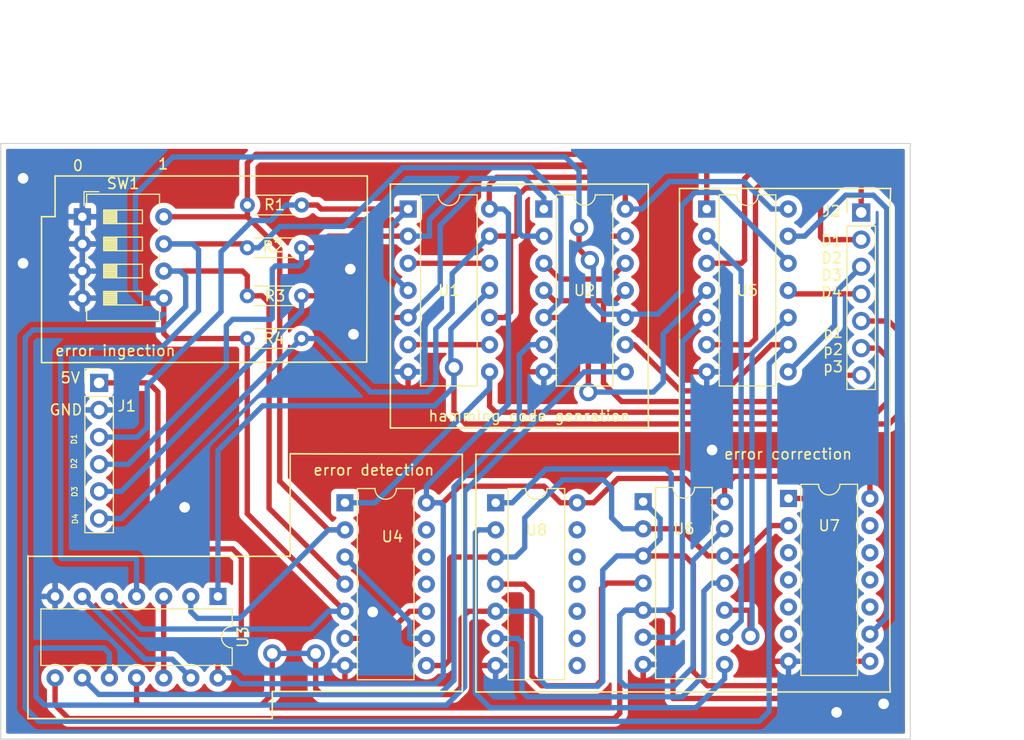
<source format=kicad_pcb>
(kicad_pcb (version 20211014) (generator pcbnew)
  (layers (0 "F.Cu" signal) (31 "B.Cu" signal) (34 "B.Paste" user) (35 "F.Paste" user) (36 "B.SilkS" user "B.Silkscreen") (37 "F.SilkS" user "F.Silkscreen") (38 "B.Mask" user) (39 "F.Mask" user) (44 "Edge.Cuts" user))
  (net 0 "")
  (net 1 "/D1")
  (net 2 "/D2")
  (net 3 "/D3")
  (net 4 "GND")
  (net 5 "/P1")
  (net 6 "/D4")
  (net 7 "/P2")
  (net 8 "VCC")
  (net 9 "/P3")
  (net 10 "/err1")
  (net 11 "/err2")
  (net 12 "/err3")
  (net 13 "Net-(U5-Pad2)")
  (net 14 "/out1")
  (net 15 "Net-(U5-Pad5)")
  (net 16 "/out2")
  (net 17 "/out3")
  (net 18 "Net-(U5-Pad10)")
  (net 19 "/out4")
  (net 20 "Net-(U5-Pad13)")
  (net 21 "/conn1")
  (net 22 "/conn2")
  (net 23 "/conn3")
  (net 24 "/conn8")
  (net 25 "/conn9")
  (net 26 "/conn4")
  (net 27 "/conn5")
  (net 28 "/conn6")
  (net 29 "/conn7")
  (net 30 "/D1N")
  (net 31 "Net-(U6-Pad11)")
  (net 38 "/D2N")
  (net 39 "/D3N")
  (net 40 "/D4N")
  (net 41 "Net-(U6-Pad4)")
  (net 42 "Net-(U6-Pad8)")
  (footprint "Package_DIP:DIP-14_W7.62mm" (layer "F.Cu") (at 147.9 113.145)
    (fp_text reference "U8")
    (fp_text value "74AHC04")
  )
  (footprint "Connector_PinHeader_2.54mm:PinHeader_1x07_P2.54mm_Vertical" (layer "F.Cu") (at 182.1 85.97)
    (fp_text reference "J2")
    (fp_text value "Conn_01x07_Male")
  )
  (footprint "Package_DIP:DIP-14_W7.62mm" (layer "F.Cu") (at 167.65 85.645)
    (fp_text reference "U5")
    (fp_text value "74HC86")
  )
  (footprint "Resistor_THT:R_Axial_DIN0204_L3.6mm_D1.6mm_P5.08mm_Horizontal" (layer "F.Cu") (at 124.67 85.27)
    (fp_text reference "R1")
    (fp_text value "1k")
  )
  (footprint "Package_DIP:DIP-14_W7.62mm" (layer "F.Cu") (at 133.8 113.145)
    (fp_text reference "U4")
    (fp_text value "74HC86")
  )
  (footprint "Package_DIP:DIP-14_W7.62mm" (layer "F.Cu") (at 152.41 85.645)
    (fp_text reference "U2")
    (fp_text value "74HC86")
  )
  (footprint "Button_Switch_THT:SW_DIP_SPSTx04_Slide_6.7x11.72mm_W7.62mm_P2.54mm_LowProfile" (layer "F.Cu") (at 109.23 86.37)
    (fp_text reference "SW1")
    (fp_text value "SW_DIP_x04")
  )
  (footprint "Package_DIP:DIP-14_W7.62mm" (layer "F.Cu") (at 161.7 113.045)
    (fp_text reference "U6")
    (fp_text value "4073")
  )
  (footprint "Package_DIP:DIP-14_W7.62mm" (layer "F.Cu") (at 121.92 121.92 -90)
    (fp_text reference "U3")
    (fp_text value "74HC86")
  )
  (footprint "Connector_PinHeader_2.54mm:PinHeader_1x06_P2.54mm_Vertical" (layer "F.Cu") (at 110.8 101.92)
    (fp_text reference "J1")
    (fp_text value "Conn_01x06_Male")
  )
  (footprint "Resistor_THT:R_Axial_DIN0204_L3.6mm_D1.6mm_P5.08mm_Horizontal" (layer "F.Cu") (at 124.66 97.77)
    (fp_text reference "R4")
    (fp_text value "1k")
  )
  (footprint "Package_DIP:DIP-14_W7.62mm" (layer "F.Cu") (at 175.3 112.745)
    (fp_text reference "U7")
    (fp_text value "4073")
  )
  (footprint "Package_DIP:DIP-14_W7.62mm" (layer "F.Cu") (at 139.71 85.645)
    (fp_text reference "U1")
    (fp_text value "74HC86")
  )
  (footprint "Resistor_THT:R_Axial_DIN0204_L3.6mm_D1.6mm_P5.08mm_Horizontal" (layer "F.Cu") (at 124.66 93.77)
    (fp_text reference "R3")
    (fp_text value "1k")
  )
  (footprint "Resistor_THT:R_Axial_DIN0204_L3.6mm_D1.6mm_P5.08mm_Horizontal" (layer "F.Cu") (at 124.66 89.27)
    (fp_text reference "R2")
    (fp_text value "1k")
  )
  (gr_line (start 128.6764 108.5596) (end 128.6764 118.1608) (layer "F.SilkS") (width 0.15))
  (gr_line (start 127 133.35) (end 104.14 133.35) (layer "F.SilkS") (width 0.15))
  (gr_line (start 144.78 108.61) (end 128.6764 108.5596) (layer "F.SilkS") (width 0.15))
  (gr_line (start 165.1 108.61) (end 146.05 108.61) (layer "F.SilkS") (width 0.15))
  (gr_line (start 184.8612 83.7184) (end 184.785 85.725) (layer "F.SilkS") (width 0.15))
  (gr_line (start 104.14 133.35) (end 104.14 120.65) (layer "F.SilkS") (width 0.15))
  (gr_line (start 184.785 130.175) (end 184.8231 130.8608) (layer "F.SilkS") (width 0.15))
  (gr_line (start 106.68 82.55) (end 135.89 82.55) (layer "F.SilkS") (width 0.15))
  (gr_line (start 104.14 120.65) (end 104.14 118.11) (layer "F.SilkS") (width 0.15))
  (gr_line (start 144.78 128.295) (end 144.78 108.61) (layer "F.SilkS") (width 0.15))
  (gr_line (start 138.049 104.267) (end 138.05 106.145) (layer "F.SilkS") (width 0.15))
  (gr_line (start 146.05 130.175) (end 146.05 130.8608) (layer "F.SilkS") (width 0.15))
  (gr_line (start 138.049 83.312) (end 138.049 104.267) (layer "F.SilkS") (width 0.15))
  (gr_line (start 184.15 83.7184) (end 184.8612 83.7184) (layer "F.SilkS") (width 0.15))
  (gr_line (start 127 130.81) (end 127 133.35) (layer "F.SilkS") (width 0.15))
  (gr_line (start 138.05 106.145) (end 162.2 106.145) (layer "F.SilkS") (width 0.15))
  (gr_line (start 105.41 86.36) (end 105.41 100.0252) (layer "F.SilkS") (width 0.15))
  (gr_line (start 165.1 83.745) (end 165.1 108.51) (layer "F.SilkS") (width 0.15))
  (gr_line (start 162.179 83.312) (end 138.049 83.312) (layer "F.SilkS") (width 0.15))
  (gr_line (start 106.68 86.36) (end 105.41 86.36) (layer "F.SilkS") (width 0.15))
  (gr_line (start 146.05 108.61) (end 146.05 128.295) (layer "F.SilkS") (width 0.15))
  (gr_line (start 128.6764 118.1608) (end 127 118.1608) (layer "F.SilkS") (width 0.15))
  (gr_line (start 162.179 104.267) (end 162.179 83.312) (layer "F.SilkS") (width 0.15))
  (gr_line (start 106.68 82.55) (end 106.68 86.36) (layer "F.SilkS") (width 0.15))
  (gr_line (start 135.89 82.55) (end 135.89 86.36) (layer "F.SilkS") (width 0.15))
  (gr_line (start 144.78 128.295) (end 144.78 130.81) (layer "F.SilkS") (width 0.15))
  (gr_line (start 146.0881 130.8608) (end 184.8231 130.8608) (layer "F.SilkS") (width 0.15))
  (gr_line (start 135.89 86.36) (end 135.8392 99.9744) (layer "F.SilkS") (width 0.15))
  (gr_line (start 146.05 128.295) (end 146.05 130.175) (layer "F.SilkS") (width 0.15))
  (gr_line (start 184.785 130.175) (end 184.785 85.725) (layer "F.SilkS") (width 0.15))
  (gr_line (start 184.15 83.7184) (end 165.1 83.7184) (layer "F.SilkS") (width 0.15))
  (gr_line (start 144.78 130.81) (end 127 130.81) (layer "F.SilkS") (width 0.15))
  (gr_line (start 162.179 104.267) (end 162.2 106.145) (layer "F.SilkS") (width 0.15))
  (gr_line (start 104.14 118.1608) (end 127 118.1608) (layer "F.SilkS") (width 0.15))
  (gr_line (start 135.8392 99.9744) (end 105.4608 100.0252) (layer "F.SilkS") (width 0.15))
  (gr_line (start 186.69 79.502) (end 186.69 80.264) (layer "Edge.Cuts") (width 0.1))
  (gr_line (start 185.166 79.502) (end 186.69 79.502) (layer "Edge.Cuts") (width 0.1))
  (gr_line (start 186.7 134.27) (end 186.69 133.35) (layer "Edge.Cuts") (width 0.1))
  (gr_line (start 186.69 128.27) (end 186.69 133.35) (layer "Edge.Cuts") (width 0.1))
  (gr_line (start 101.6 134.27) (end 101.6 135.27) (layer "Edge.Cuts") (width 0.1))
  (gr_line (start 104.14 135.27) (end 101.6 135.27) (layer "Edge.Cuts") (width 0.1))
  (gr_line (start 186.7 134.27) (end 186.7 135.27) (layer "Edge.Cuts") (width 0.1))
  (gr_line (start 186.69 128.27) (end 186.69 85.09) (layer "Edge.Cuts") (width 0.1))
  (gr_line (start 104.14 135.27) (end 185.42 135.27) (layer "Edge.Cuts") (width 0.1))
  (gr_line (start 101.6 133.35) (end 101.6 81.28) (layer "Edge.Cuts") (width 0.1))
  (gr_line (start 185.166 79.502) (end 103.886 79.502) (layer "Edge.Cuts") (width 0.1))
  (gr_line (start 103.886 79.502) (end 101.6 79.502) (layer "Edge.Cuts") (width 0.1))
  (gr_line (start 101.6 79.502) (end 101.6 80.27) (layer "Edge.Cuts") (width 0.1))
  (gr_line (start 186.69 85.09) (end 186.69 81.28) (layer "Edge.Cuts") (width 0.1))
  (gr_line (start 186.7 135.27) (end 185.42 135.27) (layer "Edge.Cuts") (width 0.1))
  (gr_line (start 101.6 81.28) (end 101.6 80.27) (layer "Edge.Cuts") (width 0.1))
  (gr_line (start 186.69 81.28) (end 186.69 80.264) (layer "Edge.Cuts") (width 0.1))
  (gr_line (start 101.6 133.35) (end 101.6 134.27) (layer "Edge.Cuts") (width 0.1))
  (gr_text "1" (at 116.7892 81.4324) (layer "F.SilkS") (effects (font (size 1 1))))
  (gr_text "error correction" (at 175.26 108.585) (layer "F.SilkS") (effects (font (size 1 1))))
  (gr_text "p1\np2\np3" (at 179.4764 98.806) (layer "F.SilkS") (effects (font (size 1 1))))
  (gr_text "D4" (at 108.5596 114.6556 90) (layer "F.SilkS") (effects (font (size 0.5 0.5) (thickness 0.1))))
  (gr_text "error detection" (at 136.4996 110.0836) (layer "F.SilkS") (effects (font (size 1 1))))
  (gr_text "D1\nD2\nD3\nD4\n" (at 179.324 91.0336) (layer "F.SilkS") (effects (font (size 1 1))))
  (gr_text "hamming code genration" (at 151.05 105.02) (layer "F.SilkS") (effects (font (size 1 1))))
  (gr_text "0" (at 108.8136 81.5848) (layer "F.SilkS") (effects (font (size 1 1))))
  (gr_text "D2" (at 108.458 109.474 90) (layer "F.SilkS") (effects (font (size 0.5 0.5) (thickness 0.1))))
  (gr_text "D3" (at 108.5088 112.1156 90) (layer "F.SilkS") (effects (font (size 0.5 0.5) (thickness 0.1))))
  (gr_text "error ingection" (at 112.3188 98.9076) (layer "F.SilkS") (effects (font (size 1 1))))
  (gr_text "D1" (at 108.458 107.188 90) (layer "F.SilkS") (effects (font (size 0.5 0.5) (thickness 0.1))))
  (gr_text "GND\n" (at 107.696 104.4448) (layer "F.SilkS") (effects (font (size 1 1))))
  (gr_text "5V" (at 108.1024 101.4476) (layer "F.SilkS") (effects (font (size 1 1))))
  (segment (start 129.75 85.27) (end 131.2003 85.27) (width 0.5) (layer "F.Cu") (net 1))
  (segment (start 131.5753 85.645) (end 131.2003 85.27) (width 0.5) (layer "F.Cu") (net 1))
  (segment (start 139.71 85.645) (end 131.5753 85.645) (width 0.5) (layer "F.Cu") (net 1))
  (segment (start 126.8494 86.7203) (end 125.1338 86.7203) (width 0.5) (layer "B.Cu") (net 1))
  (segment (start 128.2997 85.27) (end 126.8494 86.7203) (width 0.5) (layer "B.Cu") (net 1))
  (segment (start 122.2093 95.2607) (end 115.3 102.17) (width 0.5) (layer "B.Cu") (net 1))
  (segment (start 139.71 93.265) (end 138.158 91.713) (width 0.5) (layer "B.Cu") (net 1))
  (segment (start 129.75 85.27) (end 128.2997 85.27) (width 0.5) (layer "B.Cu") (net 1))
  (segment (start 115.3 106.07) (end 114.37 107) (width 0.5) (layer "B.Cu") (net 1))
  (segment (start 114.37 107) (end 110.8 107) (width 0.5) (layer "B.Cu") (net 1))
  (segment (start 125.1338 86.7203) (end 122.2093 89.6448) (width 0.5) (layer "B.Cu") (net 1))
  (segment (start 122.2093 89.6448) (end 122.2093 95.2607) (width 0.5) (layer "B.Cu") (net 1))
  (segment (start 138.158 87.197) (end 139.71 85.645) (width 0.5) (layer "B.Cu") (net 1))
  (segment (start 115.3 102.17) (end 115.3 106.07) (width 0.5) (layer "B.Cu") (net 1))
  (segment (start 138.158 91.713) (end 138.158 87.197) (width 0.5) (layer "B.Cu") (net 1))
  (segment (start 132.2753 88.185) (end 139.71 88.185) (width 0.5) (layer "F.Cu") (net 2))
  (segment (start 131.1903 89.27) (end 132.2753 88.185) (width 0.5) (layer "F.Cu") (net 2))
  (segment (start 129.74 89.27) (end 131.1903 89.27) (width 0.5) (layer "F.Cu") (net 2))
  (segment (start 129.74 90.73) (end 129.5 90.97) (width 0.5) (layer "B.Cu") (net 2))
  (segment (start 126.9 95.97) (end 123.3 95.97) (width 0.5) (layer "B.Cu") (net 2))
  (segment (start 127 95.87) (end 126.9 95.97) (width 0.5) (layer "B.Cu") (net 2))
  (segment (start 127 91.27) (end 127 95.87) (width 0.5) (layer "B.Cu") (net 2))
  (segment (start 123.3 95.97) (end 122.7 96.57) (width 0.5) (layer "B.Cu") (net 2))
  (segment (start 113.53 109.54) (end 110.8 109.54) (width 0.5) (layer "B.Cu") (net 2))
  (segment (start 127.3 90.97) (end 127 91.27) (width 0.5) (layer "B.Cu") (net 2))
  (segment (start 129.74 89.27) (end 129.74 90.73) (width 0.5) (layer "B.Cu") (net 2))
  (segment (start 141.7123 88.185) (end 141.7123 86.6337) (width 0.5) (layer "B.Cu") (net 2))
  (segment (start 139.71 88.185) (end 141.7123 88.185) (width 0.5) (layer "B.Cu") (net 2))
  (segment (start 150.59 82.772) (end 152.41 84.592) (width 0.5) (layer "B.Cu") (net 2))
  (segment (start 152.41 84.592) (end 152.41 85.645) (width 0.5) (layer "B.Cu") (net 2))
  (segment (start 141.7123 86.6337) (end 145.574 82.772) (width 0.5) (layer "B.Cu") (net 2))
  (segment (start 122.7 96.57) (end 122.7 100.37) (width 0.5) (layer "B.Cu") (net 2))
  (segment (start 145.574 82.772) (end 150.59 82.772) (width 0.5) (layer "B.Cu") (net 2))
  (segment (start 129.5 90.97) (end 127.3 90.97) (width 0.5) (layer "B.Cu") (net 2))
  (segment (start 122.7 100.37) (end 113.53 109.54) (width 0.5) (layer "B.Cu") (net 2))
  (segment (start 136.1247 93.77) (end 138.1597 95.805) (width 0.5) (layer "F.Cu") (net 3))
  (segment (start 139.71 95.805) (end 138.1597 95.805) (width 0.5) (layer "F.Cu") (net 3))
  (segment (start 129.74 93.77) (end 136.1247 93.77) (width 0.5) (layer "F.Cu") (net 3))
  (segment (start 142.7123 92.8027) (end 142.7123 87.1577) (width 0.5) (layer "B.Cu") (net 3))
  (segment (start 150.415 88.185) (end 152.41 88.185) (width 0.5) (layer "B.Cu") (net 3))
  (segment (start 142.7123 87.1577) (end 146.098 83.772) (width 0.5) (layer "B.Cu") (net 3))
  (segment (start 150.114 84.074) (end 150.114 87.884) (width 0.5) (layer "B.Cu") (net 3))
  (segment (start 129.74 95.2203) (end 112.8803 112.08) (width 0.5) (layer "B.Cu") (net 3))
  (segment (start 149.812 83.772) (end 150.114 84.074) (width 0.5) (layer "B.Cu") (net 3))
  (segment (start 112.8803 112.08) (end 110.8 112.08) (width 0.5) (layer "B.Cu") (net 3))
  (segment (start 139.71 95.805) (end 142.7123 92.8027) (width 0.5) (layer "B.Cu") (net 3))
  (segment (start 146.098 83.772) (end 149.812 83.772) (width 0.5) (layer "B.Cu") (net 3))
  (segment (start 150.114 87.884) (end 150.415 88.185) (width 0.5) (layer "B.Cu") (net 3))
  (segment (start 129.74 93.77) (end 129.74 95.2203) (width 0.5) (layer "B.Cu") (net 3))
  (segment (start 178.712 133.858) (end 179.8 132.77) (width 0.5) (layer "F.Cu") (net 4))
  (segment (start 161.7 133.252) (end 162.306 133.858) (width 0.5) (layer "F.Cu") (net 4))
  (segment (start 162.306 133.858) (end 178.712 133.858) (width 0.5) (layer "F.Cu") (net 4))
  (segment (start 161.7 128.285) (end 161.7 133.252) (width 0.5) (layer "F.Cu") (net 4))
  (via (at 103.6828 90.7288) (size 1.7) (drill 1) (layers "F.Cu" "B.Cu") (net 4))
  (via (at 118.8 113.57) (size 1.7) (drill 1) (layers "F.Cu" "B.Cu") (net 4))
  (via (at 103.6828 82.77) (size 1.7) (drill 1) (layers "F.Cu" "B.Cu") (net 4))
  (via (at 184.2 131.97) (size 1.7) (drill 1) (layers "F.Cu" "B.Cu") (net 4))
  (via (at 134.6 97.37) (size 1.7) (drill 1) (layers "F.Cu" "B.Cu") (net 4))
  (via (at 134.3 91.27) (size 1.7) (drill 1) (layers "F.Cu" "B.Cu") (net 4))
  (via (at 179.8 132.77) (size 1.7) (drill 1) (layers "F.Cu" "B.Cu") (net 4))
  (via (at 136.4 123.37) (size 1.7) (drill 1) (layers "F.Cu" "B.Cu") (net 4))
  (via (at 168.148 108.204) (size 1.7) (drill 1) (layers "F.Cu" "B.Cu") (net 4))
  (segment (start 144 104.67) (end 145.1 105.77) (width 0.5) (layer "F.Cu") (net 5))
  (segment (start 185.8 104.67) (end 185.8 97.27) (width 0.5) (layer "F.Cu") (net 5))
  (segment (start 145.1 105.77) (end 184.7 105.77) (width 0.5) (layer "F.Cu") (net 5))
  (segment (start 185.8 97.27) (end 184.66 96.13) (width 0.5) (layer "F.Cu") (net 5))
  (segment (start 184.7 105.77) (end 185.8 104.67) (width 0.5) (layer "F.Cu") (net 5))
  (segment (start 144 100.47) (end 144 104.67) (width 0.5) (layer "F.Cu") (net 5))
  (segment (start 184.66 96.13) (end 182.1 96.13) (width 0.5) (layer "F.Cu") (net 5))
  (via (at 144 100.47) (size 1.7) (drill 1) (layers "F.Cu" "B.Cu") (net 5))
  (segment (start 144 100.47) (end 143.7127 100.1827) (width 0.5) (layer "B.Cu") (net 5))
  (segment (start 121.92 108.25) (end 121.92 121.92) (width 0.5) (layer "B.Cu") (net 5))
  (segment (start 142.2 104.07) (end 126.1 104.07) (width 0.5) (layer "B.Cu") (net 5))
  (segment (start 143.7127 100.1827) (end 143.7127 96.8823) (width 0.5) (layer "B.Cu") (net 5))
  (segment (start 144 100.47) (end 144 102.27) (width 0.5) (layer "B.Cu") (net 5))
  (segment (start 126.1 104.07) (end 121.92 108.25) (width 0.5) (layer "B.Cu") (net 5))
  (segment (start 143.7127 96.8823) (end 147.33 93.265) (width 0.5) (layer "B.Cu") (net 5))
  (segment (start 144 102.27) (end 142.2 104.07) (width 0.5) (layer "B.Cu") (net 5))
  (segment (start 157.734 84.074) (end 157.33 83.67) (width 0.5) (layer "F.Cu") (net 6))
  (segment (start 158.289 88.185) (end 157.734 87.63) (width 0.5) (layer "F.Cu") (net 6))
  (segment (start 148.765 95.805) (end 147.33 95.805) (width 0.5) (layer "F.Cu") (net 6))
  (segment (start 157.33 83.67) (end 150.719214 83.67) (width 0.5) (layer "F.Cu") (net 6))
  (segment (start 149.3 88.37) (end 149.3 95.27) (width 0.5) (layer "F.Cu") (net 6))
  (segment (start 157.734 87.63) (end 157.734 84.074) (width 0.5) (layer "F.Cu") (net 6))
  (segment (start 149.9 88.07) (end 149.785 88.185) (width 0.5) (layer "F.Cu") (net 6))
  (segment (start 149.785 88.185) (end 147.33 88.185) (width 0.5) (layer "F.Cu") (net 6))
  (segment (start 147.33 88.185) (end 149.115 88.185) (width 0.5) (layer "F.Cu") (net 6))
  (segment (start 160.03 88.185) (end 158.289 88.185) (width 0.5) (layer "F.Cu") (net 6))
  (segment (start 149.115 88.185) (end 149.3 88.37) (width 0.5) (layer "F.Cu") (net 6))
  (segment (start 149.9 84.489214) (end 149.9 88.07) (width 0.5) (layer "F.Cu") (net 6))
  (segment (start 150.719214 83.67) (end 149.9 84.489214) (width 0.5) (layer "F.Cu") (net 6))
  (segment (start 149.3 95.27) (end 148.765 95.805) (width 0.5) (layer "F.Cu") (net 6))
  (segment (start 136.1903 102.77) (end 131.1903 97.77) (width 0.5) (layer "B.Cu") (net 6))
  (segment (start 112.89 114.62) (end 129.74 97.77) (width 0.5) (layer "B.Cu") (net 6))
  (segment (start 143.8335 95.3273) (end 142.3 96.8608) (width 0.5) (layer "B.Cu") (net 6))
  (segment (start 110.8 114.62) (end 112.89 114.62) (width 0.5) (layer "B.Cu") (net 6))
  (segment (start 143.8335 91.6815) (end 143.8335 95.3273) (width 0.5) (layer "B.Cu") (net 6))
  (segment (start 142.3 101.97) (end 141.5 102.77) (width 0.5) (layer "B.Cu") (net 6))
  (segment (start 142.3 96.8608) (end 142.3 101.97) (width 0.5) (layer "B.Cu") (net 6))
  (segment (start 147.33 88.185) (end 143.8335 91.6815) (width 0.5) (layer "B.Cu") (net 6))
  (segment (start 141.5 102.77) (end 136.1903 102.77) (width 0.5) (layer "B.Cu") (net 6))
  (segment (start 131.1903 97.77) (end 129.74 97.77) (width 0.5) (layer "B.Cu") (net 6))
  (segment (start 183.6 104.67) (end 184.6 103.67) (width 0.5) (layer "F.Cu") (net 7))
  (segment (start 183.7 98.67) (end 182.1 98.67) (width 0.5) (layer "F.Cu") (net 7))
  (segment (start 184.6 103.67) (end 184.6 99.57) (width 0.5) (layer "F.Cu") (net 7))
  (segment (start 147.33 100.885) (end 147.33 104.1) (width 0.5) (layer "F.Cu") (net 7))
  (segment (start 147.9 104.67) (end 183.6 104.67) (width 0.5) (layer "F.Cu") (net 7))
  (segment (start 184.6 99.57) (end 183.7 98.67) (width 0.5) (layer "F.Cu") (net 7))
  (segment (start 147.33 104.1) (end 147.9 104.67) (width 0.5) (layer "F.Cu") (net 7))
  (segment (start 133.8 113.145) (end 136.6203 113.145) (width 0.5) (layer "B.Cu") (net 7))
  (segment (start 147.33 102.4353) (end 136.6203 113.145) (width 0.5) (layer "B.Cu") (net 7))
  (segment (start 147.33 100.885) (end 147.33 102.4353) (width 0.5) (layer "B.Cu") (net 7))
  (segment (start 116.5 117.47) (end 116.3 117.27) (width 0.5) (layer "F.Cu") (net 8))
  (segment (start 182.298 110.67) (end 170.254 110.67) (width 0.5) (layer "F.Cu") (net 8))
  (segment (start 124.1 125.8097) (end 124.1 118.27) (width 0.5) (layer "F.Cu") (net 8))
  (segment (start 169.32 113.045) (end 167.7697 113.045) (width 0.5) (layer "F.Cu") (net 8))
  (segment (start 121.92 127.9897) (end 124.1 125.8097) (width 0.5) (layer "F.Cu") (net 8))
  (segment (start 182.92 111.292) (end 182.298 110.67) (width 0.5) (layer "F.Cu") (net 8))
  (segment (start 159.3 82.67) (end 160.03 83.4) (width 0.5) (layer "F.Cu") (net 8))
  (segment (start 123.3 117.47) (end 116.5 117.47) (width 0.5) (layer "F.Cu") (net 8))
  (segment (start 159.3453 110.87) (end 157.0703 113.145) (width 0.5) (layer "F.Cu") (net 8))
  (segment (start 182.92 112.745) (end 182.92 111.292) (width 0.5) (layer "F.Cu") (net 8))
  (segment (start 115.45 101.92) (end 110.8 101.92) (width 0.5) (layer "F.Cu") (net 8))
  (segment (start 155.52 113.145) (end 153.9697 113.145) (width 0.5) (layer "F.Cu") (net 8))
  (segment (start 144.5207 111.5946) (end 152.4193 111.5946) (width 0.5) (layer "F.Cu") (net 8))
  (segment (start 148 82.67) (end 159.3 82.67) (width 0.5) (layer "F.Cu") (net 8))
  (segment (start 152.4193 111.5946) (end 153.9697 113.145) (width 0.5) (layer "F.Cu") (net 8))
  (segment (start 169.32 111.604) (end 169.32 113.045) (width 0.5) (layer "F.Cu") (net 8))
  (segment (start 167.7697 113.045) (end 165.5947 110.87) (width 0.5) (layer "F.Cu") (net 8))
  (segment (start 147.3 85.615) (end 147.3 83.37) (width 0.5) (layer "F.Cu") (net 8))
  (segment (start 116.3 102.77) (end 115.45 101.92) (width 0.5) (layer "F.Cu") (net 8))
  (segment (start 160.03 83.4) (end 160.03 85.645) (width 0.5) (layer "F.Cu") (net 8))
  (segment (start 121.92 129.54) (end 121.92 127.9897) (width 0.5) (layer "F.Cu") (net 8))
  (segment (start 124.1 118.27) (end 123.3 117.47) (width 0.5) (layer "F.Cu") (net 8))
  (segment (start 141.42 113.145) (end 142.9703 113.145) (width 0.5) (layer "F.Cu") (net 8))
  (segment (start 157.0703 113.145) (end 155.52 113.145) (width 0.5) (layer "F.Cu") (net 8))
  (segment (start 142.9703 113.145) (end 144.5207 111.5946) (width 0.5) (layer "F.Cu") (net 8))
  (segment (start 165.5947 110.87) (end 159.3453 110.87) (width 0.5) (layer "F.Cu") (net 8))
  (segment (start 170.254 110.67) (end 169.32 111.604) (width 0.5) (layer "F.Cu") (net 8))
  (segment (start 116.3 117.27) (end 116.3 102.77) (width 0.5) (layer "F.Cu") (net 8))
  (segment (start 147.3 83.37) (end 148 82.67) (width 0.5) (layer "F.Cu") (net 8))
  (segment (start 141.42 111.5947) (end 141.42 113.145) (width 0.5) (layer "B.Cu") (net 8))
  (segment (start 149.098 103.9167) (end 141.42 111.5947) (width 0.5) (layer "B.Cu") (net 8))
  (segment (start 142.256586 130.0904) (end 124.0207 130.0904) (width 0.5) (layer "B.Cu") (net 8))
  (segment (start 171.1508 83.0761) (end 164.1492 83.0761) (width 0.5) (layer "B.Cu") (net 8))
  (segment (start 123.4703 129.54) (end 121.92 129.54) (width 0.5) (layer "B.Cu") (net 8))
  (segment (start 147.33 85.645) (end 148.637 85.645) (width 0.5) (layer "B.Cu") (net 8))
  (segment (start 160.03 85.645) (end 161.5803 85.645) (width 0.5) (layer "B.Cu") (net 8))
  (segment (start 148.637 85.645) (end 149.098 86.106) (width 0.5) (layer "B.Cu") (net 8))
  (segment (start 142.9992 113.3828) (end 142.9992 129.347786) (width 0.5) (layer "B.Cu") (net 8))
  (segment (start 142.7614 113.145) (end 142.9992 113.3828) (width 0.5) (layer "B.Cu") (net 8))
  (segment (start 149.098 86.106) (end 149.098 103.9167) (width 0.5) (layer "B.Cu") (net 8))
  (segment (start 141.42 113.145) (end 142.7614 113.145) (width 0.5) (layer "B.Cu") (net 8))
  (segment (start 164.1492 83.0761) (end 161.5803 85.645) (width 0.5) (layer "B.Cu") (net 8))
  (segment (start 173.7197 85.645) (end 171.1508 83.0761) (width 0.5) (layer "B.Cu") (net 8))
  (segment (start 124.0207 130.0904) (end 123.4703 129.54) (width 0.5) (layer "B.Cu") (net 8))
  (segment (start 142.9992 129.347786) (end 142.256586 130.0904) (width 0.5) (layer "B.Cu") (net 8))
  (segment (start 175.27 85.645) (end 173.7197 85.645) (width 0.5) (layer "B.Cu") (net 8))
  (segment (start 159.7 103.67) (end 178.0397 103.67) (width 0.5) (layer "F.Cu") (net 9))
  (segment (start 157.988 101.937158) (end 158.1701 102.119258) (width 0.5) (layer "F.Cu") (net 9))
  (segment (start 157.988 94.234) (end 153.379 94.234) (width 0.5) (layer "F.Cu") (net 9))
  (segment (start 153.379 94.234) (end 152.41 93.265) (width 0.5) (layer "F.Cu") (net 9))
  (segment (start 178.0397 103.67) (end 180.4997 101.21) (width 0.5) (layer "F.Cu") (net 9))
  (segment (start 158.1701 102.119258) (end 158.1701 102.1401) (width 0.5) (layer "F.Cu") (net 9))
  (segment (start 180.4997 101.21) (end 182.1 101.21) (width 0.5) (layer "F.Cu") (net 9))
  (segment (start 159.061 94.234) (end 157.988 94.234) (width 0.5) (layer "F.Cu") (net 9))
  (segment (start 160.03 93.265) (end 159.061 94.234) (width 0.5) (layer "F.Cu") (net 9))
  (segment (start 157.988 94.234) (end 157.988 101.937158) (width 0.5) (layer "F.Cu") (net 9))
  (segment (start 158.1701 102.1401) (end 159.7 103.67) (width 0.5) (layer "F.Cu") (net 9))
  (segment (start 114.3 131.826) (end 114.3 129.54) (width 0.5) (layer "F.Cu") (net 10))
  (segment (start 127 131.064) (end 125.984 132.08) (width 0.5) (layer "F.Cu") (net 10))
  (segment (start 147.9 123.305) (end 145.365 123.305) (width 0.5) (layer "F.Cu") (net 10))
  (segment (start 144.66 130.41) (end 143.9676 131.1024) (width 0.5) (layer "F.Cu") (net 10))
  (segment (start 165.623 118.125) (end 161.7 118.125) (width 0.5) (layer "F.Cu") (net 10))
  (segment (start 127 127.254) (end 127 131.064) (width 0.5) (layer "F.Cu") (net 10))
  (segment (start 177.7 113.67) (end 177.7 129.17) (width 0.5) (layer "F.Cu") (net 10))
  (segment (start 144.66 124.01) (end 144.66 130.41) (width 0.5) (layer "F.Cu") (net 10))
  (segment (start 131.064 130.556) (end 131.064 127.254) (width 0.5) (layer "F.Cu") (net 10))
  (segment (start 114.554 132.08) (end 114.3 131.826) (width 0.5) (layer "F.Cu") (net 10))
  (segment (start 176.775 112.745) (end 177.7 113.67) (width 0.5) (layer "F.Cu") (net 10))
  (segment (start 177.7 129.17) (end 176.6 130.27) (width 0.5) (layer "F.Cu") (net 10))
  (segment (start 125.984 132.08) (end 114.554 132.08) (width 0.5) (layer "F.Cu") (net 10))
  (segment (start 175.3 112.745) (end 176.775 112.745) (width 0.5) (layer "F.Cu") (net 10))
  (segment (start 176.6 130.27) (end 167.7 130.27) (width 0.5) (layer "F.Cu") (net 10))
  (segment (start 145.365 123.305) (end 144.66 124.01) (width 0.5) (layer "F.Cu") (net 10))
  (segment (start 166.4 128.97) (end 166.4 118.902) (width 0.5) (layer "F.Cu") (net 10))
  (segment (start 166.4 118.902) (end 165.623 118.125) (width 0.5) (layer "F.Cu") (net 10))
  (segment (start 131.6104 131.1024) (end 131.064 130.556) (width 0.5) (layer "F.Cu") (net 10))
  (segment (start 167.7 130.27) (end 166.4 128.97) (width 0.5) (layer "F.Cu") (net 10))
  (segment (start 143.9676 131.1024) (end 131.6104 131.1024) (width 0.5) (layer "F.Cu") (net 10))
  (via (at 127 127.254) (size 1.7) (drill 1) (layers "F.Cu" "B.Cu") (net 10))
  (via (at 131.064 127.254) (size 1.7) (drill 1) (layers "F.Cu" "B.Cu") (net 10))
  (segment (start 152.67 130.318) (end 152.0962 129.7442) (width 0.5) (layer "B.Cu") (net 10))
  (segment (start 151.499 123.305) (end 147.9 123.305) (width 0.5) (layer "B.Cu") (net 10))
  (segment (start 161.7 118.125) (end 159.243 118.125) (width 0.5) (layer "B.Cu") (net 10))
  (segment (start 131.064 127.254) (end 127 127.254) (width 0.5) (layer "B.Cu") (net 10))
  (segment (start 152.0962 123.9022) (end 151.499 123.305) (width 0.5) (layer "B.Cu") (net 10))
  (segment (start 159.243 118.125) (end 157.9184 119.4496) (width 0.5) (layer "B.Cu") (net 10))
  (segment (start 157.9184 119.4496) (end 157.9184 129.8636) (width 0.5) (layer "B.Cu") (net 10))
  (segment (start 161.7 113.045) (end 163.2888 114.6338) (width 0.5) (layer "B.Cu") (net 10))
  (segment (start 163.2888 116.5362) (end 161.7 118.125) (width 0.5) (layer "B.Cu") (net 10))
  (segment (start 163.2888 114.6338) (end 163.2888 116.5362) (width 0.5) (layer "B.Cu") (net 10))
  (segment (start 152.0962 129.7442) (end 152.0962 123.9022) (width 0.5) (layer "B.Cu") (net 10))
  (segment (start 157.464 130.318) (end 152.67 130.318) (width 0.5) (layer "B.Cu") (net 10))
  (segment (start 157.9184 129.8636) (end 157.464 130.318) (width 0.5) (layer "B.Cu") (net 10))
  (segment (start 175.3 115.285) (end 173.7103 115.285) (width 0.5) (layer "F.Cu") (net 11))
  (segment (start 143.6 127.87) (end 143.085 128.385) (width 0.5) (layer "F.Cu") (net 11))
  (segment (start 143.6 118.37) (end 143.6 127.87) (width 0.5) (layer "F.Cu") (net 11))
  (segment (start 147.9 118.225) (end 143.745 118.225) (width 0.5) (layer "F.Cu") (net 11))
  (segment (start 143.085 128.385) (end 141.42 128.385) (width 0.5) (layer "F.Cu") (net 11))
  (segment (start 173.7103 115.285) (end 170.8703 118.125) (width 0.5) (layer "F.Cu") (net 11))
  (segment (start 169.32 118.125) (end 170.8703 118.125) (width 0.5) (layer "F.Cu") (net 11))
  (segment (start 165.2297 115.585) (end 161.7 115.585) (width 0.5) (layer "F.Cu") (net 11))
  (segment (start 169.32 118.125) (end 167.7697 118.125) (width 0.5) (layer "F.Cu") (net 11))
  (segment (start 143.745 118.225) (end 143.6 118.37) (width 0.5) (layer "F.Cu") (net 11))
  (segment (start 167.7697 118.125) (end 165.2297 115.585) (width 0.5) (layer "F.Cu") (net 11))
  (segment (start 150.622 114.554) (end 150.622 117.348) (width 0.5) (layer "B.Cu") (net 11))
  (segment (start 158.75 114.554) (end 158.75 111.76) (width 0.5) (layer "B.Cu") (net 11))
  (segment (start 161.7 115.585) (end 159.781 115.585) (width 0.5) (layer "B.Cu") (net 11))
  (segment (start 157.988 110.998) (end 154.178 110.998) (width 0.5) (layer "B.Cu") (net 11))
  (segment (start 159.781 115.585) (end 158.75 114.554) (width 0.5) (layer "B.Cu") (net 11))
  (segment (start 154.178 110.998) (end 150.622 114.554) (width 0.5) (layer "B.Cu") (net 11))
  (segment (start 158.75 111.76) (end 157.988 110.998) (width 0.5) (layer "B.Cu") (net 11))
  (segment (start 149.745 118.225) (end 147.9 118.225) (width 0.5) (layer "B.Cu") (net 11))
  (segment (start 150.622 117.348) (end 149.745 118.225) (width 0.5) (layer "B.Cu") (net 11))
  (segment (start 163.845 123.205) (end 164.49 123.85) (width 0.5) (layer "F.Cu") (net 12))
  (segment (start 182.92 127.985) (end 181.3697 127.985) (width 0.5) (layer "F.Cu") (net 12))
  (segment (start 159.004 133.35) (end 107.95 133.35) (width 0.5) (layer "F.Cu") (net 12))
  (segment (start 161.7 123.205) (end 160.005 123.205) (width 0.5) (layer "F.Cu") (net 12))
  (segment (start 164.49 123.85) (end 164.49 131.47) (width 0.5) (layer "F.Cu") (net 12))
  (segment (start 159.512 123.698) (end 159.512 132.842) (width 0.5) (layer "F.Cu") (net 12))
  (segment (start 160.005 123.205) (end 159.512 123.698) (width 0.5) (layer "F.Cu") (net 12))
  (segment (start 181.3697 127.985) (end 177.8847 131.47) (width 0.5) (layer "F.Cu") (net 12))
  (segment (start 161.7 123.205) (end 163.845 123.205) (width 0.5) (layer "F.Cu") (net 12))
  (segment (start 177.8847 131.47) (end 164.49 131.47) (width 0.5) (layer "F.Cu") (net 12))
  (segment (start 159.512 132.842) (end 159.004 133.35) (width 0.5) (layer "F.Cu") (net 12))
  (segment (start 106.68 132.08) (end 106.68 129.54) (width 0.5) (layer "F.Cu") (net 12))
  (segment (start 107.95 133.35) (end 106.68 132.08) (width 0.5) (layer "F.Cu") (net 12))
  (segment (start 164.069 123.205) (end 161.7 123.205) (width 0.5) (layer "B.Cu") (net 12))
  (segment (start 166.37 128.524) (end 164.592 130.302) (width 0.5) (layer "B.Cu") (net 12))
  (segment (start 169.32 115.585) (end 166.37 118.535) (width 0.5) (layer "B.Cu") (net 12))
  (segment (start 147.9 113.145) (end 149.4503 113.145) (width 0.5) (layer "B.Cu") (net 12))
  (segment (start 163.83 109.982) (end 164.3276 110.4796) (width 0.5) (layer "B.Cu") (net 12))
  (segment (start 166.37 118.535) (end 166.37 128.524) (width 0.5) (layer "B.Cu") (net 12))
  (segment (start 152.6133 109.982) (end 163.83 109.982) (width 0.5) (layer "B.Cu") (net 12))
  (segment (start 159.512 123.698) (end 160.005 123.205) (width 0.5) (layer "B.Cu") (net 12))
  (segment (start 159.512 129.794) (end 159.512 123.698) (width 0.5) (layer "B.Cu") (net 12))
  (segment (start 160.005 123.205) (end 161.7 123.205) (width 0.5) (layer "B.Cu") (net 12))
  (segment (start 164.592 130.302) (end 160.02 130.302) (width 0.5) (layer "B.Cu") (net 12))
  (segment (start 149.4503 113.145) (end 152.6133 109.982) (width 0.5) (layer "B.Cu") (net 12))
  (segment (start 164.3276 110.4796) (end 164.3276 122.9464) (width 0.5) (layer "B.Cu") (net 12))
  (segment (start 164.3276 122.9464) (end 164.069 123.205) (width 0.5) (layer "B.Cu") (net 12))
  (segment (start 160.02 130.302) (end 159.512 129.794) (width 0.5) (layer "B.Cu") (net 12))
  (segment (start 170.8704 91.4054) (end 167.65 88.185) (width 0.5) (layer "B.Cu") (net 13))
  (segment (start 169.32 125.745) (end 170.8704 124.1946) (width 0.5) (layer "B.Cu") (net 13))
  (segment (start 170.8704 124.1946) (end 170.8704 91.4054) (width 0.5) (layer "B.Cu") (net 13))
  (segment (start 171.196 82.804) (end 171.958 82.042) (width 0.5) (layer "F.Cu") (net 14))
  (segment (start 171.958 82.042) (end 181.572 82.042) (width 0.5) (layer "F.Cu") (net 14))
  (segment (start 167.65 90.725) (end 170.895 90.725) (width 0.5) (layer "F.Cu") (net 14))
  (segment (start 171.196 90.424) (end 171.196 82.804) (width 0.5) (layer "F.Cu") (net 14))
  (segment (start 181.572 82.042) (end 182.1 82.57) (width 0.5) (layer "F.Cu") (net 14))
  (segment (start 182.1 82.57) (end 182.1 85.97) (width 0.5) (layer "F.Cu") (net 14))
  (segment (start 170.895 90.725) (end 171.196 90.424) (width 0.5) (layer "F.Cu") (net 14))
  (segment (start 164.577 125.745) (end 165.3688 124.9532) (width 0.5) (layer "B.Cu") (net 15))
  (segment (start 165.3688 98.0862) (end 167.65 95.805) (width 0.5) (layer "B.Cu") (net 15))
  (segment (start 165.3688 124.9532) (end 165.3688 98.0862) (width 0.5) (layer "B.Cu") (net 15))
  (segment (start 161.7 125.745) (end 164.577 125.745) (width 0.5) (layer "B.Cu") (net 15))
  (segment (start 172.212 97.79) (end 172.212 83.82) (width 0.5) (layer "F.Cu") (net 16))
  (segment (start 167.65 98.345) (end 171.657 98.345) (width 0.5) (layer "F.Cu") (net 16))
  (segment (start 171.657 98.345) (end 172.212 97.79) (width 0.5) (layer "F.Cu") (net 16))
  (segment (start 172.212 83.82) (end 172.72 83.312) (width 0.5) (layer "F.Cu") (net 16))
  (segment (start 178.054 83.312) (end 178.3 83.558) (width 0.5) (layer "F.Cu") (net 16))
  (segment (start 172.72 83.312) (end 178.054 83.312) (width 0.5) (layer "F.Cu") (net 16))
  (segment (start 178.3 88.27) (end 178.54 88.51) (width 0.5) (layer "F.Cu") (net 16))
  (segment (start 178.54 88.51) (end 182.1 88.51) (width 0.5) (layer "F.Cu") (net 16))
  (segment (start 178.3 83.558) (end 178.3 88.27) (width 0.5) (layer "F.Cu") (net 16))
  (segment (start 179.6169 96.5381) (end 179.6169 93.5331) (width 0.5) (layer "B.Cu") (net 17))
  (segment (start 175.27 100.885) (end 179.6169 96.5381) (width 0.5) (layer "B.Cu") (net 17))
  (segment (start 179.6169 93.5331) (end 182.1 91.05) (width 0.5) (layer "B.Cu") (net 17))
  (segment (start 169.32 123.205) (end 171.7 123.205) (width 0.5) (layer "F.Cu") (net 18))
  (segment (start 171.7 123.205) (end 171.7 125.585) (width 0.5) (layer "F.Cu") (net 18))
  (segment (start 171.7 125.585) (end 171.7401 125.6251) (width 0.5) (layer "F.Cu") (net 18))
  (via (at 171.7401 125.6251) (size 1.7) (drill 1) (layers "F.Cu" "B.Cu") (net 18))
  (segment (start 171.8877 99.1873) (end 171.8877 125.4775) (width 0.5) (layer "B.Cu") (net 18))
  (segment (start 171.8877 125.4775) (end 171.7401 125.6251) (width 0.5) (layer "B.Cu") (net 18))
  (segment (start 175.27 95.805) (end 171.8877 99.1873) (width 0.5) (layer "B.Cu") (net 18))
  (segment (start 175.595 93.59) (end 182.1 93.59) (width 0.5) (layer "F.Cu") (net 19))
  (segment (start 184.4928 123.8722) (end 184.4928 85.5966) (width 0.5) (layer "B.Cu") (net 20))
  (segment (start 183.2487 84.3525) (end 180.6528 84.3525) (width 0.5) (layer "B.Cu") (net 20))
  (segment (start 182.92 125.445) (end 184.4928 123.8722) (width 0.5) (layer "B.Cu") (net 20))
  (segment (start 184.4928 85.5966) (end 183.2487 84.3525) (width 0.5) (layer "B.Cu") (net 20))
  (segment (start 180.6528 84.3525) (end 176.8203 88.185) (width 0.5) (layer "B.Cu") (net 20))
  (segment (start 175.27 88.185) (end 176.8203 88.185) (width 0.5) (layer "B.Cu") (net 20))
  (segment (start 147.33 90.725) (end 139.71 90.725) (width 0.5) (layer "F.Cu") (net 21))
  (segment (start 147.33 98.345) (end 139.71 98.345) (width 0.5) (layer "F.Cu") (net 22))
  (segment (start 153.887 92.202) (end 152.41 90.725) (width 0.5) (layer "F.Cu") (net 23))
  (segment (start 158.553 92.202) (end 153.887 92.202) (width 0.5) (layer "F.Cu") (net 23))
  (segment (start 160.03 90.725) (end 158.553 92.202) (width 0.5) (layer "F.Cu") (net 23))
  (segment (start 150.114 105.5488) (end 150.114 99.314) (width 0.5) (layer "B.Cu") (net 24))
  (segment (start 110.7704 131.0904) (end 142.6708 131.0904) (width 0.5) (layer "B.Cu") (net 24))
  (segment (start 151.083 98.345) (end 152.41 98.345) (width 0.5) (layer "B.Cu") (net 24))
  (segment (start 143.9992 111.6636) (end 150.114 105.5488) (width 0.5) (layer "B.Cu") (net 24))
  (segment (start 142.6708 131.0904) (end 143.9992 129.762) (width 0.5) (layer "B.Cu") (net 24))
  (segment (start 143.9992 129.762) (end 143.9992 111.6636) (width 0.5) (layer "B.Cu") (net 24))
  (segment (start 109.22 129.54) (end 110.7704 131.0904) (width 0.5) (layer "B.Cu") (net 24))
  (segment (start 150.114 99.314) (end 151.083 98.345) (width 0.5) (layer "B.Cu") (net 24))
  (segment (start 143.2961 132.0907) (end 144.9992 130.3876) (width 0.5) (layer "B.Cu") (net 25))
  (segment (start 111.252 126.746) (end 104.902 126.746) (width 0.5) (layer "B.Cu") (net 25))
  (segment (start 104.902 131.318) (end 105.6747 132.0907) (width 0.5) (layer "B.Cu") (net 25))
  (segment (start 144.9992 130.3876) (end 144.9992 112.0783) (width 0.5) (layer "B.Cu") (net 25))
  (segment (start 111.76 129.54) (end 111.76 127.254) (width 0.5) (layer "B.Cu") (net 25))
  (segment (start 156.1925 100.885) (end 160.03 100.885) (width 0.5) (layer "B.Cu") (net 25))
  (segment (start 105.6747 132.0907) (end 143.2961 132.0907) (width 0.5) (layer "B.Cu") (net 25))
  (segment (start 111.76 127.254) (end 111.252 126.746) (width 0.5) (layer "B.Cu") (net 25))
  (segment (start 144.9992 112.0783) (end 156.1925 100.885) (width 0.5) (layer "B.Cu") (net 25))
  (segment (start 104.902 126.746) (end 104.902 131.318) (width 0.5) (layer "B.Cu") (net 25))
  (segment (start 116.84 129.54) (end 116.84 121.92) (width 0.5) (layer "F.Cu") (net 26))
  (segment (start 109.22 121.92) (end 115.095 127.795) (width 0.5) (layer "B.Cu") (net 27))
  (segment (start 115.095 127.795) (end 117.635 127.795) (width 0.5) (layer "B.Cu") (net 27))
  (segment (start 117.635 127.795) (end 119.38 129.54) (width 0.5) (layer "B.Cu") (net 27))
  (segment (start 139.8697 125.845) (end 139.8697 124.2947) (width 0.5) (layer "B.Cu") (net 28))
  (segment (start 141.42 125.845) (end 139.8697 125.845) (width 0.5) (layer "B.Cu") (net 28))
  (segment (start 139.8697 124.2947) (end 133.8 118.225) (width 0.5) (layer "B.Cu") (net 28))
  (segment (start 141.42 123.305) (end 139.8697 123.305) (width 0.5) (layer "F.Cu") (net 29))
  (segment (start 139.8697 123.305) (end 137.3297 125.845) (width 0.5) (layer "F.Cu") (net 29))
  (segment (start 137.3297 125.845) (end 133.8 125.845) (width 0.5) (layer "F.Cu") (net 29))
  (segment (start 124.67 86.37) (end 124.67 85.27) (width 0.5) (layer "F.Cu") (net 30))
  (segment (start 166.624 80.518) (end 167.65 81.544) (width 0.5) (layer "F.Cu") (net 30))
  (segment (start 132.2497 115.685) (end 127.7 111.1353) (width 0.5) (layer "F.Cu") (net 30))
  (segment (start 116.85 86.37) (end 124.67 86.37) (width 0.5) (layer "F.Cu") (net 30))
  (segment (start 127.7 89.4) (end 124.67 86.37) (width 0.5) (layer "F.Cu") (net 30))
  (segment (start 133.8 115.685) (end 132.2497 115.685) (width 0.5) (layer "F.Cu") (net 30))
  (segment (start 127.7 111.1353) (end 127.7 89.4) (width 0.5) (layer "F.Cu") (net 30))
  (segment (start 124.67 85.27) (end 124.67 81.324) (width 0.5) (layer "F.Cu") (net 30))
  (segment (start 124.67 81.324) (end 125.476 80.518) (width 0.5) (layer "F.Cu") (net 30))
  (segment (start 167.65 81.544) (end 167.65 85.645) (width 0.5) (layer "F.Cu") (net 30))
  (segment (start 125.476 80.518) (end 166.624 80.518) (width 0.5) (layer "F.Cu") (net 30))
  (segment (start 132.2497 115.685) (end 123.9667 123.968) (width 0.5) (layer "B.Cu") (net 30))
  (segment (start 133.8 115.685) (end 132.2497 115.685) (width 0.5) (layer "B.Cu") (net 30))
  (segment (start 119.38 123.3424) (end 119.38 121.92) (width 0.5) (layer "B.Cu") (net 30))
  (segment (start 123.9667 123.968) (end 120.0056 123.968) (width 0.5) (layer "B.Cu") (net 30))
  (segment (start 120.0056 123.968) (end 119.38 123.3424) (width 0.5) (layer "B.Cu") (net 30))
  (segment (start 147.9 125.845) (end 149.975 125.845) (width 0.5) (layer "B.Cu") (net 31))
  (segment (start 165.354 131.318) (end 167.386 129.286) (width 0.5) (layer "B.Cu") (net 31))
  (segment (start 150.876 131.318) (end 165.354 131.318) (width 0.5) (layer "B.Cu") (net 31))
  (segment (start 150.368 126.238) (end 150.368 130.81) (width 0.5) (layer "B.Cu") (net 31))
  (segment (start 167.386 121.412) (end 168.133 120.665) (width 0.5) (layer "B.Cu") (net 31))
  (segment (start 150.368 130.81) (end 150.876 131.318) (width 0.5) (layer "B.Cu") (net 31))
  (segment (start 168.133 120.665) (end 169.32 120.665) (width 0.5) (layer "B.Cu") (net 31))
  (segment (start 167.386 129.286) (end 167.386 121.412) (width 0.5) (layer "B.Cu") (net 31))
  (segment (start 149.975 125.845) (end 150.368 126.238) (width 0.5) (layer "B.Cu") (net 31))
  (segment (start 124.3 88.91) (end 116.85 88.91) (width 0.5) (layer "F.Cu") (net 38))
  (segment (start 155.935 95.805) (end 156.5701 96.4401) (width 0.5) (layer "F.Cu") (net 38))
  (segment (start 124.66 89.27) (end 124.3 88.91) (width 0.5) (layer "F.Cu") (net 38))
  (segment (start 156.5701 96.4401) (end 156.5701 102.782) (width 0.5) (layer "F.Cu") (net 38))
  (segment (start 152.41 95.805) (end 155.935 95.805) (width 0.5) (layer "F.Cu") (net 38))
  (via (at 156.5701 102.782) (size 1.7) (drill 1) (layers "F.Cu" "B.Cu") (net 38))
  (segment (start 154.0057 84.5688) (end 154.0057 94.2093) (width 0.5) (layer "B.Cu") (net 38))
  (segment (start 133.6902 87.275) (end 139.1932 81.772) (width 0.5) (layer "B.Cu") (net 38))
  (segment (start 107.7429 98.6271) (end 116.6429 98.6271) (width 0.5) (layer "B.Cu") (net 38))
  (segment (start 120.1 89.47) (end 119.54 88.91) (width 0.5) (layer "B.Cu") (net 38))
  (segment (start 107.2 99.17) (end 107.7429 98.6271) (width 0.5) (layer "B.Cu") (net 38))
  (segment (start 114.3 121.92) (end 114.3 118.47) (width 0.5) (layer "B.Cu") (net 38))
  (segment (start 125.7144 89.27) (end 127.7094 87.275) (width 0.5) (layer "B.Cu") (net 38))
  (segment (start 124.66 89.27) (end 125.7144 89.27) (width 0.5) (layer "B.Cu") (net 38))
  (segment (start 120.1 95.17) (end 120.1 89.47) (width 0.5) (layer "B.Cu") (net 38))
  (segment (start 151.2089 81.772) (end 154.0057 84.5688) (width 0.5) (layer "B.Cu") (net 38))
  (segment (start 114.3 118.47) (end 114.2 118.37) (width 0.5) (layer "B.Cu") (net 38))
  (segment (start 163.576 101.854) (end 162.648 102.782) (width 0.5) (layer "B.Cu") (net 38))
  (segment (start 114.2 118.37) (end 107.3 118.37) (width 0.5) (layer "B.Cu") (net 38))
  (segment (start 127.7094 87.275) (end 133.6902 87.275) (width 0.5) (layer "B.Cu") (net 38))
  (segment (start 119.54 88.91) (end 116.85 88.91) (width 0.5) (layer "B.Cu") (net 38))
  (segment (start 167.65 93.265) (end 163.576 97.339) (width 0.5) (layer "B.Cu") (net 38))
  (segment (start 139.1932 81.772) (end 151.2089 81.772) (width 0.5) (layer "B.Cu") (net 38))
  (segment (start 107.3 118.37) (end 107.2 118.27) (width 0.5) (layer "B.Cu") (net 38))
  (segment (start 154.0057 94.2093) (end 152.41 95.805) (width 0.5) (layer "B.Cu") (net 38))
  (segment (start 162.648 102.782) (end 156.5701 102.782) (width 0.5) (layer "B.Cu") (net 38))
  (segment (start 116.6429 98.6271) (end 120.1 95.17) (width 0.5) (layer "B.Cu") (net 38))
  (segment (start 163.576 97.339) (end 163.576 101.854) (width 0.5) (layer "B.Cu") (net 38))
  (segment (start 107.2 118.27) (end 107.2 99.17) (width 0.5) (layer "B.Cu") (net 38))
  (segment (start 160.875 98.345) (end 160.03 98.345) (width 0.5) (layer "F.Cu") (net 39))
  (segment (start 173.7197 98.345) (end 169.3947 102.67) (width 0.5) (layer "F.Cu") (net 39))
  (segment (start 116.85 91.45) (end 124.216 91.45) (width 0.5) (layer "F.Cu") (net 39))
  (segment (start 124.216 91.45) (end 124.66 91.894) (width 0.5) (layer "F.Cu") (net 39))
  (segment (start 165.2 102.67) (end 160.875 98.345) (width 0.5) (layer "F.Cu") (net 39))
  (segment (start 175.27 98.345) (end 173.7197 98.345) (width 0.5) (layer "F.Cu") (net 39))
  (segment (start 126.028 93.77) (end 124.66 93.77) (width 0.5) (layer "F.Cu") (net 39))
  (segment (start 124.66 91.894) (end 124.66 93.77) (width 0.5) (layer "F.Cu") (net 39))
  (segment (start 133.8 120.765) (end 126.7 113.665) (width 0.5) (layer "F.Cu") (net 39))
  (segment (start 169.3947 102.67) (end 165.2 102.67) (width 0.5) (layer "F.Cu") (net 39))
  (segment (start 126.7 113.665) (end 126.7 94.442) (width 0.5) (layer "F.Cu") (net 39))
  (segment (start 126.7 94.442) (end 126.028 93.77) (width 0.5) (layer "F.Cu") (net 39))
  (segment (start 103.886 97.684) (end 103.886 132.334) (width 0.5) (layer "B.Cu") (net 39))
  (segment (start 118.9 91.97) (end 118.9 94.77) (width 0.5) (layer "B.Cu") (net 39))
  (segment (start 103.886 132.334) (end 105.156 133.604) (width 0.5) (layer "B.Cu") (net 39))
  (segment (start 116.85 91.45) (end 118.38 91.45) (width 0.5) (layer "B.Cu") (net 39))
  (segment (start 172.566 133.604) (end 173.488 132.682) (width 0.5) (layer "B.Cu") (net 39))
  (segment (start 118.38 91.45) (end 118.9 91.97) (width 0.5) (layer "B.Cu") (net 39))
  (segment (start 116.7 96.97) (end 104.6 96.97) (width 0.5) (layer "B.Cu") (net 39))
  (segment (start 104.6 96.97) (end 103.886 97.684) (width 0.5) (layer "B.Cu") (net 39))
  (segment (start 118.9 94.77) (end 116.7 96.97) (width 0.5) (layer "B.Cu") (net 39))
  (segment (start 173.488 132.682) (end 173.488 100.127) (width 0.5) (layer "B.Cu") (net 39))
  (segment (start 105.156 133.604) (end 172.566 133.604) (width 0.5) (layer "B.Cu") (net 39))
  (segment (start 173.488 100.127) (end 175.27 98.345) (width 0.5) (layer "B.Cu") (net 39))
  (segment (start 124.66 97.77) (end 117.328 97.77) (width 0.5) (layer "F.Cu") (net 40))
  (segment (start 124.66 114.165) (end 133.8 123.305) (width 0.5) (layer "F.Cu") (net 40))
  (segment (start 117.328 97.77) (end 116.85 97.292) (width 0.5) (layer "F.Cu") (net 40))
  (segment (start 124.66 97.77) (end 124.66 114.165) (width 0.5) (layer "F.Cu") (net 40))
  (segment (start 155.702 87.376) (end 155.702 89.408) (width 0.5) (layer "F.Cu") (net 40))
  (segment (start 116.85 97.292) (end 116.85 93.99) (width 0.5) (layer "F.Cu") (net 40))
  (segment (start 155.702 89.408) (end 156.718 90.424) (width 0.5) (layer "F.Cu") (net 40))
  (via (at 155.702 87.376) (size 1.7) (drill 1) (layers "F.Cu" "B.Cu") (net 40))
  (via (at 156.718 90.424) (size 1.7) (drill 1) (layers "F.Cu" "B.Cu") (net 40))
  (segment (start 165.2774 93.2946) (end 165.2774 85.3503) (width 0.5) (layer "B.Cu") (net 40))
  (segment (start 168.7617 84.0946) (end 175.27 90.6029) (width 0.5) (layer "B.Cu") (net 40))
  (segment (start 114.808 124.968) (end 111.76 121.92) (width 0.5) (layer "B.Cu") (net 40))
  (segment (start 116.85 93.99) (end 115.02 93.99) (width 0.5) (layer "B.Cu") (net 40))
  (segment (start 114.2 93.17) (end 114.2 84.27) (width 0.5) (layer "B.Cu") (net 40))
  (segment (start 132.2497 123.305) (end 130.5867 124.968) (width 0.5) (layer "B.Cu") (net 40))
  (segment (start 117.698 80.772) (end 154.432 80.772) (width 0.5) (layer "B.Cu") (net 40))
  (segment (start 157.0504 90.7564) (end 156.718 90.424) (width 0.5) (layer "B.Cu") (net 40))
  (segment (start 114.2 84.27) (end 117.698 80.772) (width 0.5) (layer "B.Cu") (net 40))
  (segment (start 160.0546 95.491) (end 163.081 95.491) (width 0.5) (layer "B.Cu") (net 40))
  (segment (start 157.975 95.491) (end 160.0546 95.491) (width 0.5) (layer "B.Cu") (net 40))
  (segment (start 165.2774 85.3503) (end 166.5331 84.0946) (width 0.5) (layer "B.Cu") (net 40))
  (segment (start 163.081 95.491) (end 165.2774 93.2946) (width 0.5) (layer "B.Cu") (net 40))
  (segment (start 157.0504 94.5664) (end 157.0504 90.7564) (width 0.5) (layer "B.Cu") (net 40))
  (segment (start 155.702 82.042) (end 155.702 87.376) (width 0.5) (layer "B.Cu") (net 40))
  (segment (start 133.8 123.305) (end 132.2497 123.305) (width 0.5) (layer "B.Cu") (net 40))
  (segment (start 130.5867 124.968) (end 114.808 124.968) (width 0.5) (layer "B.Cu") (net 40))
  (segment (start 157.0504 94.5664) (end 157.975 95.491) (width 0.5) (layer "B.Cu") (net 40))
  (segment (start 115.02 93.99) (end 114.2 93.17) (width 0.5) (layer "B.Cu") (net 40))
  (segment (start 154.432 80.772) (end 155.702 82.042) (width 0.5) (layer "B.Cu") (net 40))
  (segment (start 166.5331 84.0946) (end 168.7617 84.0946) (width 0.5) (layer "B.Cu") (net 40))
  (segment (start 150.595 120.765) (end 147.9 120.765) (width 0.5) (layer "F.Cu") (net 41))
  (segment (start 158.305 120.665) (end 157.8 121.17) (width 0.5) (layer "F.Cu") (net 41))
  (segment (start 161.7 120.665) (end 158.305 120.665) (width 0.5) (layer "F.Cu") (net 41))
  (segment (start 151.3 121.47) (end 150.595 120.765) (width 0.5) (layer "F.Cu") (net 41))
  (segment (start 157.8 129.77) (end 157.3 130.27) (width 0.5) (layer "F.Cu") (net 41))
  (segment (start 151.3 129.37) (end 151.3 121.47) (width 0.5) (layer "F.Cu") (net 41))
  (segment (start 152.2 130.27) (end 151.3 129.37) (width 0.5) (layer "F.Cu") (net 41))
  (segment (start 157.8 121.17) (end 157.8 129.77) (width 0.5) (layer "F.Cu") (net 41))
  (segment (start 157.3 130.27) (end 152.2 130.27) (width 0.5) (layer "F.Cu") (net 41))
  (segment (start 147.364 132.334) (end 145.9992 130.9692) (width 0.5) (layer "B.Cu") (net 42))
  (segment (start 169.32 128.285) (end 169.32 129.638) (width 0.5) (layer "B.Cu") (net 42))
  (segment (start 145.9992 130.9692) (end 145.9992 115.9708) (width 0.5) (layer "B.Cu") (net 42))
  (segment (start 169.32 129.638) (end 166.624 132.334) (width 0.5) (layer "B.Cu") (net 42))
  (segment (start 145.9992 115.9708) (end 146.285 115.685) (width 0.5) (layer "B.Cu") (net 42))
  (segment (start 166.624 132.334) (end 147.364 132.334) (width 0.5) (layer "B.Cu") (net 42))
  (segment (start 146.285 115.685) (end 147.9 115.685) (width 0.5) (layer "B.Cu") (net 42))
  (zone (net 4) (net_name "GND") (layers F&B.Cu) (connect_pads (clearance 0.508)) (min_thickness 0.254) (fill yes (thermal_gap 0.508) (thermal_bridge_width 0.508))
    (polygon (pts (xy 186.5 79.708) (xy 186.401181 135.07) (xy 101.701181 135.17) (xy 101.8 79.708)))
  )
)
</source>
